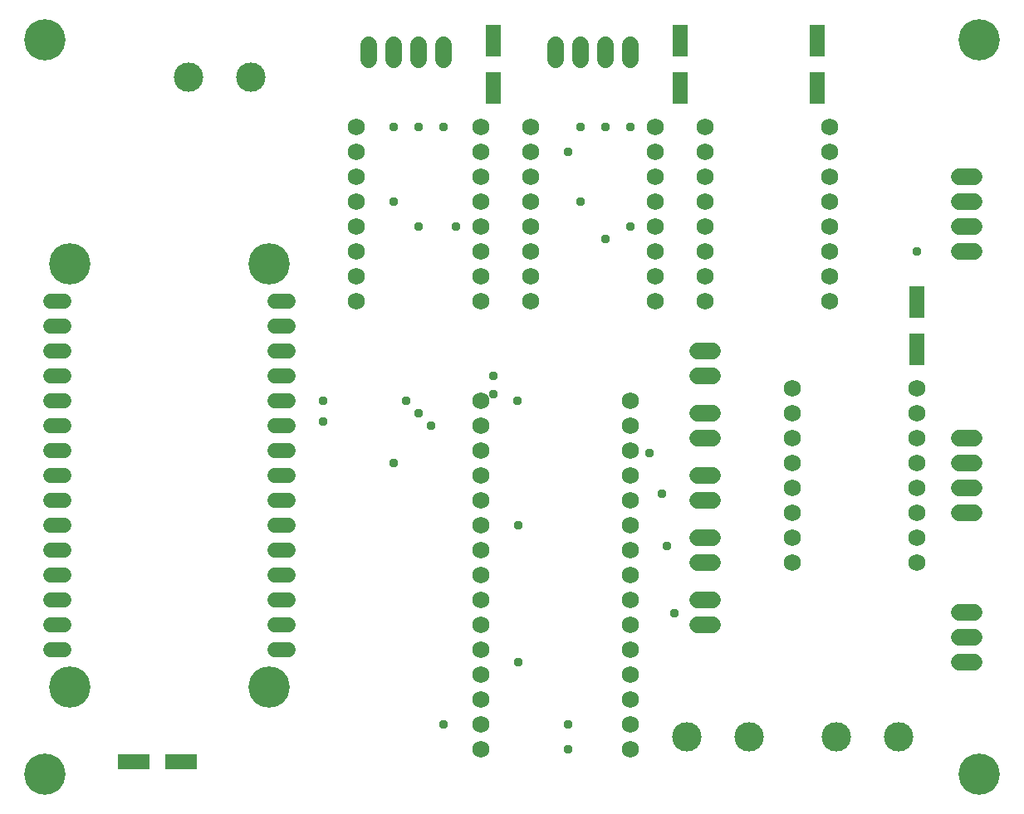
<source format=gbr>
G04 EAGLE Gerber RS-274X export*
G75*
%MOMM*%
%FSLAX34Y34*%
%LPD*%
%INSoldermask Top*%
%IPPOS*%
%AMOC8*
5,1,8,0,0,1.08239X$1,22.5*%
G01*
%ADD10C,4.203200*%
%ADD11R,1.603200X3.203200*%
%ADD12R,3.203200X1.603200*%
%ADD13C,1.727200*%
%ADD14C,3.003200*%
%ADD15C,1.511200*%
%ADD16C,3.203200*%
%ADD17C,4.219200*%
%ADD18C,1.727200*%
%ADD19C,1.711200*%
%ADD20C,0.959600*%


D10*
X25400Y774700D03*
X977900Y774700D03*
X25400Y25400D03*
X977900Y25400D03*
D11*
X914400Y506600D03*
X914400Y458600D03*
X812800Y773300D03*
X812800Y725300D03*
X673100Y773300D03*
X673100Y725300D03*
X482600Y773300D03*
X482600Y725300D03*
D12*
X163700Y38100D03*
X115700Y38100D03*
D13*
X342900Y685800D03*
X342900Y660400D03*
X342900Y635000D03*
X342900Y609600D03*
X342900Y584200D03*
X342900Y558800D03*
X342900Y533400D03*
X342900Y508000D03*
X469900Y508000D03*
X469900Y533400D03*
X469900Y558800D03*
X469900Y584200D03*
X469900Y609600D03*
X469900Y635000D03*
X469900Y660400D03*
X469900Y685800D03*
X520700Y685800D03*
X520700Y660400D03*
X520700Y635000D03*
X520700Y609600D03*
X520700Y584200D03*
X520700Y558800D03*
X520700Y533400D03*
X520700Y508000D03*
X647700Y508000D03*
X647700Y533400D03*
X647700Y558800D03*
X647700Y584200D03*
X647700Y609600D03*
X647700Y635000D03*
X647700Y660400D03*
X647700Y685800D03*
X698500Y685800D03*
X698500Y660400D03*
X698500Y635000D03*
X698500Y609600D03*
X698500Y584200D03*
X698500Y558800D03*
X698500Y533400D03*
X698500Y508000D03*
X825500Y508000D03*
X825500Y533400D03*
X825500Y558800D03*
X825500Y584200D03*
X825500Y609600D03*
X825500Y635000D03*
X825500Y660400D03*
X825500Y685800D03*
X787400Y419100D03*
X787400Y393700D03*
X787400Y368300D03*
X787400Y342900D03*
X787400Y317500D03*
X787400Y292100D03*
X787400Y266700D03*
X787400Y241300D03*
X914400Y241300D03*
X914400Y266700D03*
X914400Y292100D03*
X914400Y317500D03*
X914400Y342900D03*
X914400Y368300D03*
X914400Y393700D03*
X914400Y419100D03*
X469900Y228600D03*
X469900Y254000D03*
X469900Y279400D03*
X469900Y304800D03*
X469900Y330200D03*
X469900Y355600D03*
X469900Y203200D03*
X469900Y177800D03*
X469900Y152400D03*
X469900Y127000D03*
X469900Y101600D03*
X469900Y76200D03*
X469900Y50800D03*
X469900Y381000D03*
X469900Y406400D03*
X622300Y228600D03*
X622300Y203200D03*
X622300Y177800D03*
X622300Y152400D03*
X622300Y127000D03*
X622300Y101600D03*
X622300Y254000D03*
X622300Y279400D03*
X622300Y304800D03*
X622300Y330200D03*
X622300Y355600D03*
X622300Y381000D03*
X622300Y406400D03*
X622300Y76200D03*
X622300Y50800D03*
D14*
X742950Y63500D03*
X679450Y63500D03*
X171450Y736600D03*
X234950Y736600D03*
X895350Y63500D03*
X831850Y63500D03*
D15*
X44640Y152400D02*
X31560Y152400D01*
X31560Y177800D02*
X44640Y177800D01*
X44640Y203200D02*
X31560Y203200D01*
X31560Y228600D02*
X44640Y228600D01*
X44640Y254000D02*
X31560Y254000D01*
X31560Y279400D02*
X44640Y279400D01*
X44640Y304800D02*
X31560Y304800D01*
X31560Y330200D02*
X44640Y330200D01*
X44640Y355600D02*
X31560Y355600D01*
X31560Y381000D02*
X44640Y381000D01*
X44640Y406400D02*
X31560Y406400D01*
X31560Y431800D02*
X44640Y431800D01*
X44640Y457200D02*
X31560Y457200D01*
X31560Y482600D02*
X44640Y482600D01*
X44640Y508000D02*
X31560Y508000D01*
X260160Y152400D02*
X273240Y152400D01*
X273240Y177800D02*
X260160Y177800D01*
X260160Y203200D02*
X273240Y203200D01*
X273240Y228600D02*
X260160Y228600D01*
X260160Y254000D02*
X273240Y254000D01*
X273240Y279400D02*
X260160Y279400D01*
X260160Y304800D02*
X273240Y304800D01*
X273240Y330200D02*
X260160Y330200D01*
X260160Y355600D02*
X273240Y355600D01*
X273240Y381000D02*
X260160Y381000D01*
X260160Y406400D02*
X273240Y406400D01*
X273240Y431800D02*
X260160Y431800D01*
X260160Y457200D02*
X273240Y457200D01*
X273240Y482600D02*
X260160Y482600D01*
X260160Y508000D02*
X273240Y508000D01*
D16*
X50800Y114300D03*
X50800Y546100D03*
X254000Y546100D03*
X254000Y114300D03*
D17*
X50800Y114300D03*
X254000Y114300D03*
X254000Y546100D03*
X50800Y546100D03*
D18*
X957580Y190500D02*
X972820Y190500D01*
X972820Y165100D02*
X957580Y165100D01*
X957580Y139700D02*
X972820Y139700D01*
D19*
X431800Y754460D02*
X431800Y769540D01*
X406400Y769540D02*
X406400Y754460D01*
X381000Y754460D02*
X381000Y769540D01*
X355600Y769540D02*
X355600Y754460D01*
X622300Y754460D02*
X622300Y769540D01*
X596900Y769540D02*
X596900Y754460D01*
X571500Y754460D02*
X571500Y769540D01*
X546100Y769540D02*
X546100Y754460D01*
X957660Y558800D02*
X972740Y558800D01*
X972740Y584200D02*
X957660Y584200D01*
X957660Y609600D02*
X972740Y609600D01*
X972740Y635000D02*
X957660Y635000D01*
X957660Y292100D02*
X972740Y292100D01*
X972740Y317500D02*
X957660Y317500D01*
X957660Y342900D02*
X972740Y342900D01*
X972740Y368300D02*
X957660Y368300D01*
X706040Y431800D02*
X690960Y431800D01*
X690960Y457200D02*
X706040Y457200D01*
X706040Y177800D02*
X690960Y177800D01*
X690960Y203200D02*
X706040Y203200D01*
X706040Y241300D02*
X690960Y241300D01*
X690960Y266700D02*
X706040Y266700D01*
X706040Y304800D02*
X690960Y304800D01*
X690960Y330200D02*
X706040Y330200D01*
X706040Y368300D02*
X690960Y368300D01*
X690960Y393700D02*
X706040Y393700D01*
D20*
X558800Y76200D03*
X558800Y50800D03*
X381000Y609600D03*
X381000Y685800D03*
X444500Y584200D03*
X431800Y685800D03*
X406400Y584200D03*
X406400Y685800D03*
X914400Y558800D03*
X571500Y609600D03*
X571500Y685800D03*
X622300Y584200D03*
X622300Y685800D03*
X596900Y571500D03*
X596900Y685800D03*
X508000Y139700D03*
X482600Y431800D03*
X506730Y406400D03*
X482600Y412750D03*
X508000Y279400D03*
X666750Y189230D03*
X659130Y257810D03*
X654050Y311150D03*
X641350Y353060D03*
X431800Y76200D03*
X393700Y406400D03*
X308610Y406400D03*
X558800Y660400D03*
X406400Y393700D03*
X308610Y384810D03*
X419100Y381000D03*
X381000Y342900D03*
M02*

</source>
